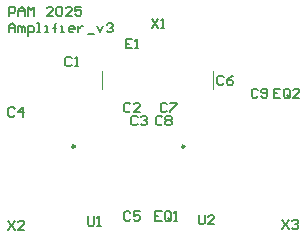
<source format=gto>
G04*
G04 #@! TF.GenerationSoftware,Altium Limited,Altium Designer,24.9.1 (31)*
G04*
G04 Layer_Color=65535*
%FSLAX44Y44*%
%MOMM*%
G71*
G04*
G04 #@! TF.SameCoordinates,F9719FCC-BA83-448A-AD8A-31E963D186DB*
G04*
G04*
G04 #@! TF.FilePolarity,Positive*
G04*
G01*
G75*
%ADD10C,0.2400*%
%ADD11C,0.1000*%
%ADD12C,0.1800*%
D10*
X58397Y87941D02*
G03*
X58397Y87941I-1000J0D01*
G01*
X151410Y87941D02*
G03*
X151410Y87941I-1000J0D01*
G01*
D11*
X175595Y136380D02*
Y151620D01*
X81877Y136380D02*
Y151620D01*
D12*
X2800Y198383D02*
Y206380D01*
X6799D01*
X8132Y205047D01*
Y202381D01*
X6799Y201049D01*
X2800D01*
X10797Y198383D02*
Y203714D01*
X13463Y206380D01*
X16129Y203714D01*
Y198383D01*
Y202381D01*
X10797D01*
X18795Y198383D02*
Y206380D01*
X21461Y203714D01*
X24126Y206380D01*
Y198383D01*
X40121D02*
X34790D01*
X40121Y203714D01*
Y205047D01*
X38788Y206380D01*
X36123D01*
X34790Y205047D01*
X42787D02*
X44120Y206380D01*
X46786D01*
X48119Y205047D01*
Y199716D01*
X46786Y198383D01*
X44120D01*
X42787Y199716D01*
Y205047D01*
X56116Y198383D02*
X50785D01*
X56116Y203714D01*
Y205047D01*
X54783Y206380D01*
X52117D01*
X50785Y205047D01*
X64113Y206380D02*
X58782D01*
Y202381D01*
X61448Y203714D01*
X62781D01*
X64113Y202381D01*
Y199716D01*
X62781Y198383D01*
X60115D01*
X58782Y199716D01*
X2800Y184466D02*
Y189797D01*
X5466Y192463D01*
X8132Y189797D01*
Y184466D01*
Y188465D01*
X2800D01*
X10797Y184466D02*
Y189797D01*
X12130D01*
X13463Y188465D01*
Y184466D01*
Y188465D01*
X14796Y189797D01*
X16129Y188465D01*
Y184466D01*
X18795Y181800D02*
Y189797D01*
X22794D01*
X24126Y188465D01*
Y185799D01*
X22794Y184466D01*
X18795D01*
X26792D02*
X29458D01*
X28125D01*
Y192463D01*
X26792D01*
X33457Y184466D02*
X36123D01*
X34790D01*
Y189797D01*
X33457D01*
X41454Y184466D02*
Y191130D01*
Y188465D01*
X40121D01*
X42787D01*
X41454D01*
Y191130D01*
X42787Y192463D01*
X46786Y184466D02*
X49452D01*
X48119D01*
Y189797D01*
X46786D01*
X57449Y184466D02*
X54783D01*
X53450Y185799D01*
Y188465D01*
X54783Y189797D01*
X57449D01*
X58782Y188465D01*
Y187132D01*
X53450D01*
X61448Y189797D02*
Y184466D01*
Y187132D01*
X62781Y188465D01*
X64114Y189797D01*
X65447D01*
X69445Y183133D02*
X74777D01*
X77443Y189797D02*
X80108Y184466D01*
X82774Y189797D01*
X85440Y191130D02*
X86773Y192463D01*
X89439D01*
X90772Y191130D01*
Y189797D01*
X89439Y188465D01*
X88106D01*
X89439D01*
X90772Y187132D01*
Y185799D01*
X89439Y184466D01*
X86773D01*
X85440Y185799D01*
X184667Y146666D02*
X183334Y147999D01*
X180668D01*
X179335Y146666D01*
Y141334D01*
X180668Y140001D01*
X183334D01*
X184667Y141334D01*
X192665Y147999D02*
X189999Y146666D01*
X187333Y144000D01*
Y141334D01*
X188666Y140001D01*
X191332D01*
X192665Y141334D01*
Y142667D01*
X191332Y144000D01*
X187333D01*
X136667Y123666D02*
X135334Y124999D01*
X132668D01*
X131335Y123666D01*
Y118334D01*
X132668Y117001D01*
X135334D01*
X136667Y118334D01*
X139333Y124999D02*
X144664D01*
Y123666D01*
X139333Y118334D01*
Y117001D01*
X132667Y112666D02*
X131334Y113999D01*
X128668D01*
X127336Y112666D01*
Y107334D01*
X128668Y106001D01*
X131334D01*
X132667Y107334D01*
X135333Y112666D02*
X136666Y113999D01*
X139332D01*
X140665Y112666D01*
Y111333D01*
X139332Y110000D01*
X140665Y108667D01*
Y107334D01*
X139332Y106001D01*
X136666D01*
X135333Y107334D01*
Y108667D01*
X136666Y110000D01*
X135333Y111333D01*
Y112666D01*
X136666Y110000D02*
X139332D01*
X123668Y195999D02*
X129000Y188001D01*
Y195999D02*
X123668Y188001D01*
X131666D02*
X134332D01*
X132999D01*
Y195999D01*
X131666Y194666D01*
X234335Y25999D02*
X239667Y18001D01*
Y25999D02*
X234335Y18001D01*
X242333Y24666D02*
X243666Y25999D01*
X246332D01*
X247665Y24666D01*
Y23333D01*
X246332Y22000D01*
X244999D01*
X246332D01*
X247665Y20667D01*
Y19334D01*
X246332Y18001D01*
X243666D01*
X242333Y19334D01*
X7667Y119666D02*
X6334Y120999D01*
X3668D01*
X2335Y119666D01*
Y114334D01*
X3668Y113001D01*
X6334D01*
X7667Y114334D01*
X14332Y113001D02*
Y120999D01*
X10333Y117000D01*
X15664D01*
X69668Y28999D02*
Y22334D01*
X71001Y21001D01*
X73667D01*
X75000Y22334D01*
Y28999D01*
X77666Y21001D02*
X80332D01*
X78999D01*
Y28999D01*
X77666Y27666D01*
X107000Y178999D02*
X101668D01*
Y171001D01*
X107000D01*
X101668Y175000D02*
X104334D01*
X109666Y171001D02*
X112332D01*
X110999D01*
Y178999D01*
X109666Y177666D01*
X132001Y32999D02*
X126670D01*
Y25001D01*
X132001D01*
X126670Y29000D02*
X129335D01*
X139999Y26334D02*
Y31666D01*
X138666Y32999D01*
X136000D01*
X134667Y31666D01*
Y26334D01*
X136000Y25001D01*
X138666D01*
X137333Y27667D02*
X139999Y25001D01*
X138666D02*
X139999Y26334D01*
X142664Y25001D02*
X145330D01*
X143997D01*
Y32999D01*
X142664Y31666D01*
X2335Y24999D02*
X7667Y17001D01*
Y24999D02*
X2335Y17001D01*
X15664D02*
X10333D01*
X15664Y22333D01*
Y23666D01*
X14332Y24999D01*
X11666D01*
X10333Y23666D01*
X163335Y29999D02*
Y23334D01*
X164668Y22001D01*
X167334D01*
X168667Y23334D01*
Y29999D01*
X176665Y22001D02*
X171333D01*
X176665Y27333D01*
Y28666D01*
X175332Y29999D01*
X172666D01*
X171333Y28666D01*
X232668Y136999D02*
X227337D01*
Y129001D01*
X232668D01*
X227337Y133000D02*
X230003D01*
X240666Y130334D02*
Y135666D01*
X239333Y136999D01*
X236667D01*
X235334Y135666D01*
Y130334D01*
X236667Y129001D01*
X239333D01*
X238000Y131667D02*
X240666Y129001D01*
X239333D02*
X240666Y130334D01*
X248663Y129001D02*
X243332D01*
X248663Y134333D01*
Y135666D01*
X247330Y136999D01*
X244664D01*
X243332Y135666D01*
X213667D02*
X212334Y136999D01*
X209668D01*
X208335Y135666D01*
Y130334D01*
X209668Y129001D01*
X212334D01*
X213667Y130334D01*
X216333D02*
X217666Y129001D01*
X220332D01*
X221665Y130334D01*
Y135666D01*
X220332Y136999D01*
X217666D01*
X216333Y135666D01*
Y134333D01*
X217666Y133000D01*
X221665D01*
X105667Y31666D02*
X104334Y32999D01*
X101668D01*
X100336Y31666D01*
Y26334D01*
X101668Y25001D01*
X104334D01*
X105667Y26334D01*
X113665Y32999D02*
X108333D01*
Y29000D01*
X110999Y30333D01*
X112332D01*
X113665Y29000D01*
Y26334D01*
X112332Y25001D01*
X109666D01*
X108333Y26334D01*
X111667Y112666D02*
X110334Y113999D01*
X107668D01*
X106335Y112666D01*
Y107334D01*
X107668Y106001D01*
X110334D01*
X111667Y107334D01*
X114333Y112666D02*
X115666Y113999D01*
X118332D01*
X119664Y112666D01*
Y111333D01*
X118332Y110000D01*
X116999D01*
X118332D01*
X119664Y108667D01*
Y107334D01*
X118332Y106001D01*
X115666D01*
X114333Y107334D01*
X105667Y123666D02*
X104334Y124999D01*
X101668D01*
X100336Y123666D01*
Y118334D01*
X101668Y117001D01*
X104334D01*
X105667Y118334D01*
X113665Y117001D02*
X108333D01*
X113665Y122333D01*
Y123666D01*
X112332Y124999D01*
X109666D01*
X108333Y123666D01*
X56000Y162666D02*
X54667Y163999D01*
X52001D01*
X50668Y162666D01*
Y157334D01*
X52001Y156001D01*
X54667D01*
X56000Y157334D01*
X58666Y156001D02*
X61332D01*
X59999D01*
Y163999D01*
X58666Y162666D01*
M02*

</source>
